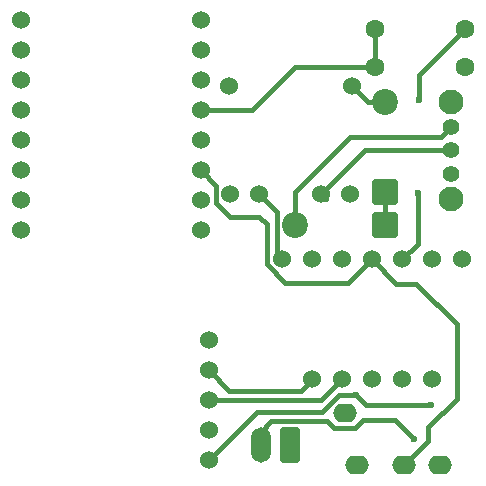
<source format=gtl>
G04 #@! TF.GenerationSoftware,KiCad,Pcbnew,9.0.2*
G04 #@! TF.CreationDate,2025-07-09T02:38:08-04:00*
G04 #@! TF.ProjectId,FBT,4642542e-6b69-4636-9164-5f7063625858,rev?*
G04 #@! TF.SameCoordinates,Original*
G04 #@! TF.FileFunction,Copper,L1,Top*
G04 #@! TF.FilePolarity,Positive*
%FSLAX46Y46*%
G04 Gerber Fmt 4.6, Leading zero omitted, Abs format (unit mm)*
G04 Created by KiCad (PCBNEW 9.0.2) date 2025-07-09 02:38:08*
%MOMM*%
%LPD*%
G01*
G04 APERTURE LIST*
G04 Aperture macros list*
%AMRoundRect*
0 Rectangle with rounded corners*
0 $1 Rounding radius*
0 $2 $3 $4 $5 $6 $7 $8 $9 X,Y pos of 4 corners*
0 Add a 4 corners polygon primitive as box body*
4,1,4,$2,$3,$4,$5,$6,$7,$8,$9,$2,$3,0*
0 Add four circle primitives for the rounded corners*
1,1,$1+$1,$2,$3*
1,1,$1+$1,$4,$5*
1,1,$1+$1,$6,$7*
1,1,$1+$1,$8,$9*
0 Add four rect primitives between the rounded corners*
20,1,$1+$1,$2,$3,$4,$5,0*
20,1,$1+$1,$4,$5,$6,$7,0*
20,1,$1+$1,$6,$7,$8,$9,0*
20,1,$1+$1,$8,$9,$2,$3,0*%
G04 Aperture macros list end*
G04 #@! TA.AperFunction,ComponentPad*
%ADD10C,1.524000*%
G04 #@! TD*
G04 #@! TA.AperFunction,ComponentPad*
%ADD11RoundRect,0.249999X0.850001X-0.850001X0.850001X0.850001X-0.850001X0.850001X-0.850001X-0.850001X0*%
G04 #@! TD*
G04 #@! TA.AperFunction,ComponentPad*
%ADD12C,2.200000*%
G04 #@! TD*
G04 #@! TA.AperFunction,ComponentPad*
%ADD13RoundRect,0.249999X0.850001X0.850001X-0.850001X0.850001X-0.850001X-0.850001X0.850001X-0.850001X0*%
G04 #@! TD*
G04 #@! TA.AperFunction,ComponentPad*
%ADD14O,2.000000X1.600000*%
G04 #@! TD*
G04 #@! TA.AperFunction,ComponentPad*
%ADD15C,2.100000*%
G04 #@! TD*
G04 #@! TA.AperFunction,ComponentPad*
%ADD16C,1.400000*%
G04 #@! TD*
G04 #@! TA.AperFunction,ComponentPad*
%ADD17RoundRect,0.250000X0.600000X1.250000X-0.600000X1.250000X-0.600000X-1.250000X0.600000X-1.250000X0*%
G04 #@! TD*
G04 #@! TA.AperFunction,ComponentPad*
%ADD18O,1.700000X3.000000*%
G04 #@! TD*
G04 #@! TA.AperFunction,ComponentPad*
%ADD19C,1.600000*%
G04 #@! TD*
G04 #@! TA.AperFunction,ViaPad*
%ADD20C,0.600000*%
G04 #@! TD*
G04 #@! TA.AperFunction,Conductor*
%ADD21C,0.400000*%
G04 #@! TD*
G04 APERTURE END LIST*
D10*
X159300000Y-56800000D03*
X148900000Y-56800000D03*
X149000000Y-66000000D03*
X151500000Y-66000000D03*
X156700000Y-66000000D03*
X159200000Y-66000000D03*
X131316004Y-51261392D03*
X131316004Y-53801392D03*
X131316004Y-56341392D03*
X131316004Y-58881392D03*
X131316004Y-61421392D03*
X131316004Y-63961392D03*
X131316004Y-66501392D03*
X131276004Y-69041392D03*
X146516004Y-69041392D03*
X146516004Y-66501392D03*
X146516004Y-63961392D03*
X146516004Y-61421392D03*
X146516004Y-58881392D03*
X146516004Y-56341392D03*
X146516004Y-53801392D03*
X146516004Y-51261392D03*
D11*
X162100000Y-65800000D03*
D12*
X162100000Y-58180000D03*
D13*
X162100000Y-68600000D03*
D12*
X154480000Y-68600000D03*
D14*
X159755000Y-88900000D03*
X163755000Y-88900000D03*
X166755000Y-88900000D03*
X158755000Y-84500000D03*
D15*
X167700000Y-66350000D03*
X167700000Y-58150000D03*
D16*
X167700000Y-64250000D03*
X167700000Y-62250000D03*
X167700000Y-60250000D03*
D17*
X154100000Y-87200000D03*
D18*
X151600000Y-87200000D03*
D10*
X147200000Y-88480000D03*
X147200000Y-85940000D03*
X147200000Y-83400000D03*
X147200000Y-80860000D03*
X147200000Y-78320000D03*
X168640000Y-71500000D03*
X166100000Y-71500000D03*
X163560000Y-71500000D03*
X161020000Y-71500000D03*
X158480000Y-71500000D03*
X155940000Y-71500000D03*
X153400000Y-71500000D03*
X155940000Y-81660000D03*
X158480000Y-81660000D03*
X161020000Y-81660000D03*
X163560000Y-81660000D03*
X166100000Y-81660000D03*
D19*
X168870000Y-55200000D03*
X161250000Y-55200000D03*
X161280000Y-52000000D03*
X168900000Y-52000000D03*
D20*
X165000000Y-58000000D03*
X164577500Y-86722500D03*
X164900000Y-65900000D03*
X159700000Y-83000000D03*
X166050000Y-83850000D03*
D21*
X150868608Y-58881392D02*
X146516004Y-58881392D01*
X161300000Y-52000000D02*
X161300000Y-55150000D01*
X161250000Y-55200000D02*
X154550000Y-55200000D01*
X161300000Y-55150000D02*
X161250000Y-55200000D01*
X154550000Y-55200000D02*
X150868608Y-58881392D01*
X165000000Y-58000000D02*
X165000000Y-55920000D01*
X162100000Y-68600000D02*
X162100000Y-65800000D01*
X168900000Y-52020000D02*
X168900000Y-52000000D01*
X165000000Y-55920000D02*
X168900000Y-52020000D01*
X163070000Y-73550000D02*
X161020000Y-71500000D01*
X164750000Y-73550000D02*
X163070000Y-73550000D01*
X147800000Y-65245388D02*
X147800000Y-66700000D01*
X151500000Y-67900000D02*
X152100000Y-68500000D01*
X146516004Y-63961392D02*
X147800000Y-65245388D01*
X168200000Y-77000000D02*
X164750000Y-73550000D01*
X165800000Y-85700000D02*
X168200000Y-83300000D01*
X163755000Y-88900000D02*
X165800000Y-86855000D01*
X153700000Y-73500000D02*
X159020000Y-73500000D01*
X168200000Y-83300000D02*
X168200000Y-77000000D01*
X149000000Y-67900000D02*
X151500000Y-67900000D01*
X159020000Y-73500000D02*
X161020000Y-71500000D01*
X152100000Y-68500000D02*
X152100000Y-71900000D01*
X152100000Y-71900000D02*
X153700000Y-73500000D01*
X165800000Y-86855000D02*
X165800000Y-85700000D01*
X147800000Y-66700000D02*
X149000000Y-67900000D01*
X157103000Y-66403000D02*
X156700000Y-66000000D01*
X160450000Y-62250000D02*
X167700000Y-62250000D01*
X156700000Y-66000000D02*
X160450000Y-62250000D01*
X157800000Y-85800000D02*
X157201000Y-85201000D01*
X162955000Y-85100000D02*
X160300000Y-85100000D01*
X153400000Y-71500000D02*
X152979000Y-71079000D01*
X164900000Y-70160000D02*
X164900000Y-65900000D01*
X151600000Y-86100000D02*
X151600000Y-87200000D01*
X152979000Y-67479000D02*
X151500000Y-66000000D01*
X159600000Y-85800000D02*
X157800000Y-85800000D01*
X160300000Y-85100000D02*
X159600000Y-85800000D01*
X152499000Y-85201000D02*
X151600000Y-86100000D01*
X152979000Y-71079000D02*
X152979000Y-67479000D01*
X163560000Y-71500000D02*
X164900000Y-70160000D01*
X164577500Y-86722500D02*
X162955000Y-85100000D01*
X157201000Y-85201000D02*
X152499000Y-85201000D01*
X160680000Y-58180000D02*
X162100000Y-58180000D01*
X159300000Y-56800000D02*
X160680000Y-58180000D01*
X159200000Y-61100000D02*
X166850000Y-61100000D01*
X154480000Y-68600000D02*
X154480000Y-65820000D01*
X166850000Y-61100000D02*
X167700000Y-60250000D01*
X154480000Y-65820000D02*
X159200000Y-61100000D01*
X147200000Y-80860000D02*
X148940999Y-82600999D01*
X148940999Y-82600999D02*
X154999001Y-82600999D01*
X154999001Y-82600999D02*
X155940000Y-81660000D01*
X156740000Y-83400000D02*
X158480000Y-81660000D01*
X147200000Y-83400000D02*
X156740000Y-83400000D01*
X166050000Y-83850000D02*
X160550000Y-83850000D01*
X158200000Y-83000000D02*
X156800000Y-84400000D01*
X151280000Y-84400000D02*
X147200000Y-88480000D01*
X159700000Y-83000000D02*
X158200000Y-83000000D01*
X156800000Y-84400000D02*
X151280000Y-84400000D01*
X160550000Y-83850000D02*
X159700000Y-83000000D01*
M02*

</source>
